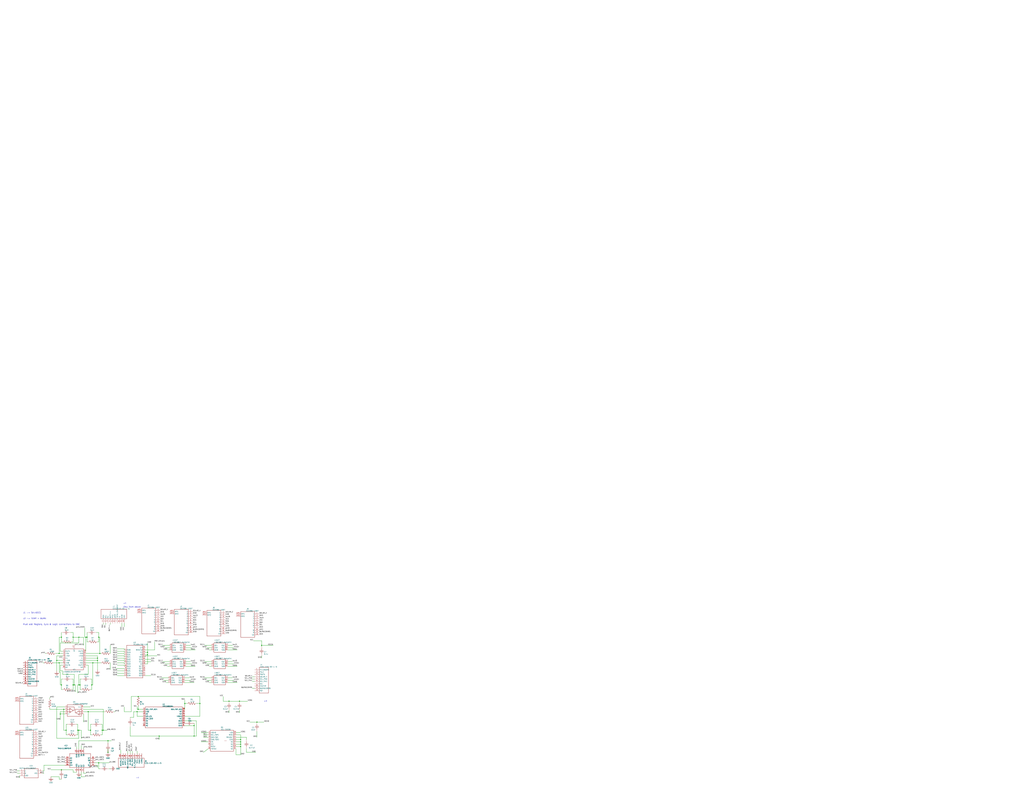
<source format=kicad_sch>
(kicad_sch (version 20211123) (generator eeschema)
  (paper "E")
  (junction (at 64.523 713.6765))
  (junction (at 93.733 695.8965))
  (junction (at 64.523 723.8365))
  (junction (at 173.743 803.8465))
  (junction (at 84.843 797.4965))
  (junction (at 112.783 797.4965))
  (junction (at 262.643 807.6565))
  (junction (at 101.353 723.8365))
  (junction (at 150.883 760.6665))
  (junction (at 106.433 718.7565))
  (junction (at 285.503 704.7865))
  (junction (at 86.113 747.9665))
  (junction (at 262.643 812.7365))
  (junction (at 67.063 840.6765))
  (junction (at 95.003 695.8965))
  (junction (at 161.043 714.9465))
  (junction (at 150.883 774.6365))
  (junction (at 117.863 808.9265))
  (junction (at 86.113 797.4965))
  (junction (at 86.113 695.8965))
  (junction (at 67.063 695.8965))
  (junction (at 81.033 747.9665))
  (junction (at 98.813 797.4965))
  (junction (at 111.513 797.4965))
  (junction (at 211.843 792.4165))
  (junction (at 79.763 747.9665))
  (junction (at 72.143 797.4965))
  (junction (at 211.843 803.8465))
  (junction (at 161.043 712.4065))
  (junction (at 261.373 765.7465))
  (junction (at 107.703 695.8965))
  (junction (at 100.083 747.9665))
  (junction (at 69.603 774.6365))
  (junction (at 96.273 777.1765))
  (junction (at 106.433 721.2965))
  (junction (at 218.193 768.2865))
  (junction (at 108.973 713.6765))
  (junction (at 280.423 788.6065))
  (junction (at 149.613 777.1765))
  (junction (at 65.793 779.7165))
  (junction (at 67.063 747.9665))
  (junction (at 107.703 833.0565))
  (junction (at 262.643 810.1965))
  (junction (at 201.683 768.2865))
  (junction (at 249.943 765.7465))
  (junction (at 117.863 821.6265))
  (junction (at 61.983 721.2965))
  (junction (at 87.383 747.9665))
  (junction (at 79.763 695.8965))
  (junction (at 262.643 815.2765))
  (wire (pts (xy 84.843 802.5765) (xy 83.573 802.5765)) (stroke (width 0.254)))
  (wire (pts (xy 214.383 768.2865) (xy 218.193 768.2865)) (stroke (width 0.254)))
  (wire (pts (xy 86.113 817.8165) (xy 86.113 808.9265)) (stroke (width 0.254)))
  (wire (pts (xy 128.023 716.2165) (xy 135.643 716.2165)) (stroke (width 0.254)))
  (wire (pts (xy 201.683 740.3465) (xy 206.763 740.3465)) (stroke (width 0.254)))
  (wire (pts (xy 105.163 690.8165) (xy 107.703 690.8165)) (stroke (width 0.254)))
  (wire (pts (xy 219.463 800.0365) (xy 227.083 800.0365)) (stroke (width 0.254)))
  (wire (pts (xy 67.063 741.6165) (xy 67.063 747.9665)) (stroke (width 0.254)))
  (wire (pts (xy 61.983 716.2165) (xy 61.983 721.2965)) (stroke (width 0.254)))
  (wire (pts (xy 67.063 690.8165) (xy 67.063 695.8965)) (stroke (width 0.254)))
  (wire (pts (xy 161.043 702.2465) (xy 161.043 712.4065)) (stroke (width 0.254)))
  (wire (pts (xy 128.023 718.7565) (xy 135.643 718.7565)) (stroke (width 0.254)))
  (wire (pts (xy 214.383 803.8465) (xy 211.843 803.8465)) (stroke (width 0.254)))
  (wire (pts (xy 257.563 802.5765) (xy 262.643 802.5765)) (stroke (width 0.254)))
  (wire (pts (xy 208.033 742.8865) (xy 201.683 742.8865)) (stroke (width 0.254)))
  (wire (pts (xy 176.283 740.3465) (xy 183.903 740.3465)) (stroke (width 0.254)))
  (wire (pts (xy 261.373 778.4465) (xy 261.373 775.9065)) (stroke (width 0.254)))
  (wire (pts (xy 277.883 741.6165) (xy 275.343 741.6165)) (stroke (width 0.254)))
  (wire (pts (xy 277.883 744.1565) (xy 275.343 744.1565)) (stroke (width 0.254)))
  (wire (pts (xy 65.793 702.2465) (xy 86.113 702.2465)) (stroke (width 0.254)))
  (wire (pts (xy 79.763 840.6765) (xy 67.063 840.6765)) (stroke (width 0.254)))
  (wire (pts (xy 88.653 797.4965) (xy 86.113 797.4965)) (stroke (width 0.254)))
  (wire (pts (xy 243.593 760.6665) (xy 243.593 765.7465)) (stroke (width 0.254)))
  (wire (pts (xy 91.193 816.5465) (xy 91.193 817.8165)) (stroke (width 0.254)))
  (wire (pts (xy 262.643 810.1965) (xy 262.643 812.7365)) (stroke (width 0.254)))
  (wire (pts (xy 107.703 833.0565) (xy 119.133 833.0565)) (stroke (width 0.254)))
  (wire (pts (xy 149.613 782.2565) (xy 149.613 777.1765)) (stroke (width 0.254)))
  (wire (pts (xy 61.983 772.0965) (xy 61.983 806.3865)) (stroke (width 0.254)))
  (wire (pts (xy 227.083 802.5765) (xy 222.003 802.5765)) (stroke (width 0.254)))
  (wire (pts (xy 149.613 772.0965) (xy 149.613 774.6365)) (stroke (width 0.254)))
  (wire (pts (xy 164.853 737.8065) (xy 158.503 737.8065)) (stroke (width 0.254)))
  (wire (pts (xy 225.813 725.1065) (xy 230.893 725.1065)) (stroke (width 0.254)))
  (wire (pts (xy 79.763 753.0465) (xy 78.493 753.0465)) (stroke (width 0.254)))
  (wire (pts (xy 106.433 838.1365) (xy 106.433 835.5965)) (stroke (width 0.254)))
  (wire (pts (xy 46.743 723.8365) (xy 48.013 723.8365)) (stroke (width 0.254)))
  (wire (pts (xy 64.523 848.2965) (xy 55.633 848.2965)) (stroke (width 0.254)))
  (wire (pts (xy 128.023 711.1365) (xy 135.643 711.1365)) (stroke (width 0.254)))
  (wire (pts (xy 201.683 792.4165) (xy 211.843 792.4165)) (stroke (width 0.254)))
  (wire (pts (xy 91.193 774.6365) (xy 112.783 774.6365)) (stroke (width 0.254)))
  (wire (pts (xy 72.143 802.5765) (xy 73.413 802.5765)) (stroke (width 0.254)))
  (wire (pts (xy 171.203 716.2165) (xy 158.503 716.2165)) (stroke (width 0.254)))
  (wire (pts (xy 280.423 805.1165) (xy 280.423 798.7665)) (stroke (width 0.254)))
  (wire (pts (xy 279.153 821.6265) (xy 268.993 821.6265)) (stroke (width 0.254)))
  (wire (pts (xy 100.083 747.9665) (xy 100.083 753.0465)) (stroke (width 0.254)))
  (wire (pts (xy 111.513 802.5765) (xy 110.243 802.5765)) (stroke (width 0.254)))
  (wire (pts (xy 177.553 704.7865) (xy 185.173 704.7865)) (stroke (width 0.254)))
  (wire (pts (xy 168.663 709.8665) (xy 168.663 700.9765)) (stroke (width 0.254)))
  (wire (pts (xy 65.793 726.3765) (xy 65.793 732.7265)) (stroke (width 0.254)))
  (wire (pts (xy 100.083 753.0465) (xy 98.813 753.0465)) (stroke (width 0.254)))
  (wire (pts (xy 79.763 695.8965) (xy 79.763 700.9765)) (stroke (width 0.254)))
  (wire (pts (xy 114.053 777.1765) (xy 96.273 777.1765)) (stroke (width 0.254)))
  (wire (pts (xy 141.993 803.8465) (xy 173.743 803.8465)) (stroke (width 0.254)))
  (wire (pts (xy 227.083 805.1165) (xy 222.003 805.1165)) (stroke (width 0.254)))
  (wire (pts (xy 285.503 716.2165) (xy 285.503 718.7565)) (stroke (width 0.254)))
  (wire (pts (xy 145.803 777.1765) (xy 149.613 777.1765)) (stroke (width 0.254)))
  (wire (pts (xy 228.353 709.8665) (xy 230.893 709.8665)) (stroke (width 0.254)))
  (wire (pts (xy 48.013 844.4865) (xy 46.743 844.4865)) (stroke (width 0.254)))
  (wire (pts (xy 128.023 737.8065) (xy 135.643 737.8065)) (stroke (width 0.254)))
  (wire (pts (xy 93.733 726.3765) (xy 96.273 726.3765)) (stroke (width 0.254)))
  (wire (pts (xy 285.503 706.0565) (xy 285.503 704.7865)) (stroke (width 0.254)))
  (wire (pts (xy 262.643 812.7365) (xy 262.643 815.2765)) (stroke (width 0.254)))
  (wire (pts (xy 258.833 709.8665) (xy 248.673 709.8665)) (stroke (width 0.254)))
  (wire (pts (xy 96.273 777.1765) (xy 96.273 797.4965)) (stroke (width 0.254)))
  (wire (pts (xy 93.733 716.2165) (xy 106.433 716.2165)) (stroke (width 0.254)))
  (wire (pts (xy 178.823 742.8865) (xy 183.903 742.8865)) (stroke (width 0.254)))
  (wire (pts (xy 249.943 765.7465) (xy 261.373 765.7465)) (stroke (width 0.254)))
  (wire (pts (xy 70.873 774.6365) (xy 69.603 774.6365)) (stroke (width 0.254)))
  (wire (pts (xy 135.643 726.3765) (xy 135.643 727.6465)) (stroke (width 0.254)))
  (wire (pts (xy 61.983 806.3865) (xy 86.113 806.3865)) (stroke (width 0.254)))
  (wire (pts (xy 228.353 727.6465) (xy 230.893 727.6465)) (stroke (width 0.254)))
  (wire (pts (xy 107.703 690.8165) (xy 107.703 695.8965)) (stroke (width 0.254)))
  (wire (pts (xy 120.403 731.4565) (xy 120.403 723.8365)) (stroke (width 0.254)))
  (wire (pts (xy 106.433 721.2965) (xy 106.433 731.4565)) (stroke (width 0.254)))
  (wire (pts (xy 149.613 777.1765) (xy 155.963 777.1765)) (stroke (width 0.254)))
  (wire (pts (xy 86.113 695.8965) (xy 79.763 695.8965)) (stroke (width 0.254)))
  (wire (pts (xy 79.763 747.9665) (xy 79.763 753.0465)) (stroke (width 0.254)))
  (wire (pts (xy 285.503 704.7865) (xy 285.503 699.7065)) (stroke (width 0.254)))
  (wire (pts (xy 201.683 764.4765) (xy 201.683 768.2865)) (stroke (width 0.254)))
  (wire (pts (xy 150.883 770.8265) (xy 150.883 774.6365)) (stroke (width 0.254)))
  (wire (pts (xy 78.493 741.6165) (xy 79.763 741.6165)) (stroke (width 0.254)))
  (wire (pts (xy 86.113 747.9665) (xy 87.383 747.9665)) (stroke (width 0.254)))
  (wire (pts (xy 84.843 797.4965) (xy 84.843 802.5765)) (stroke (width 0.254)))
  (wire (pts (xy 143.263 760.6665) (xy 143.263 777.1765)) (stroke (width 0.254)))
  (wire (pts (xy 68.333 741.6165) (xy 67.063 741.6165)) (stroke (width 0.254)))
  (wire (pts (xy 128.023 713.6765) (xy 135.643 713.6765)) (stroke (width 0.254)))
  (wire (pts (xy 111.513 797.4965) (xy 111.513 802.5765)) (stroke (width 0.254)))
  (wire (pts (xy 257.563 815.2765) (xy 262.643 815.2765)) (stroke (width 0.254)))
  (wire (pts (xy 54.363 774.6365) (xy 69.603 774.6365)) (stroke (width 0.254)))
  (wire (pts (xy 209.303 707.3265) (xy 202.953 707.3265)) (stroke (width 0.254)))
  (wire (pts (xy 95.003 690.8165) (xy 95.003 695.8965)) (stroke (width 0.254)))
  (wire (pts (xy 268.993 821.6265) (xy 268.993 817.8165)) (stroke (width 0.254)))
  (wire (pts (xy 82.303 747.9665) (xy 81.033 747.9665)) (stroke (width 0.254)))
  (wire (pts (xy 98.813 791.1465) (xy 98.813 797.4965)) (stroke (width 0.254)))
  (wire (pts (xy 72.143 797.4965) (xy 72.143 802.5765)) (stroke (width 0.254)))
  (wire (pts (xy 96.273 700.9765) (xy 95.003 700.9765)) (stroke (width 0.254)))
  (wire (pts (xy 181.363 745.4265) (xy 183.903 745.4265)) (stroke (width 0.254)))
  (wire (pts (xy 180.093 707.3265) (xy 185.173 707.3265)) (stroke (width 0.254)))
  (wire (pts (xy 91.193 704.7865) (xy 91.193 695.8965)) (stroke (width 0.254)))
  (wire (pts (xy 158.503 709.8665) (xy 168.663 709.8665)) (stroke (width 0.254)))
  (wire (pts (xy 277.883 751.7765) (xy 275.343 751.7765)) (stroke (width 0.254)))
  (wire (pts (xy 112.783 774.6365) (xy 112.783 797.4965)) (stroke (width 0.254)))
  (wire (pts (xy 135.643 716.2165) (xy 135.643 717.4865)) (stroke (width 0.254)))
  (wire (pts (xy 150.883 774.6365) (xy 155.963 774.6365)) (stroke (width 0.254)))
  (wire (pts (xy 262.643 815.2765) (xy 262.643 824.1665)) (stroke (width 0.254)))
  (wire (pts (xy 204.223 768.2865) (xy 201.683 768.2865)) (stroke (width 0.254)))
  (wire (pts (xy 158.503 714.9465) (xy 161.043 714.9465)) (stroke (width 0.254)))
  (wire (pts (xy 98.813 741.6165) (xy 100.083 741.6165)) (stroke (width 0.254)))
  (wire (pts (xy 107.703 695.8965) (xy 107.703 700.9765)) (stroke (width 0.254)))
  (wire (pts (xy 87.383 753.0465) (xy 87.383 747.9665)) (stroke (width 0.254)))
  (wire (pts (xy 92.463 685.7365) (xy 92.463 695.8965)) (stroke (width 0.254)))
  (wire (pts (xy 261.373 765.7465) (xy 270.263 765.7465)) (stroke (width 0.254)))
  (wire (pts (xy 164.853 722.5665) (xy 158.503 722.5665)) (stroke (width 0.254)))
  (wire (pts (xy 117.863 817.8165) (xy 117.863 821.6265)) (stroke (width 0.254)))
  (wire (pts (xy 117.863 811.4665) (xy 117.863 808.9265)) (stroke (width 0.254)))
  (wire (pts (xy 116.593 797.4965) (xy 112.783 797.4965)) (stroke (width 0.254)))
  (wire (pts (xy 84.843 791.1465) (xy 84.843 797.4965)) (stroke (width 0.254)))
  (wire (pts (xy 93.733 723.8365) (xy 101.353 723.8365)) (stroke (width 0.254)))
  (wire (pts (xy 133.103 684.4665) (xy 133.103 680.6565)) (stroke (width 0.254)))
  (wire (pts (xy 145.803 783.5265) (xy 145.803 777.1765)) (stroke (width 0.254)))
  (wire (pts (xy 135.643 713.6765) (xy 135.643 714.9465)) (stroke (width 0.254)))
  (wire (pts (xy 139.453 820.3565) (xy 139.453 822.8965)) (stroke (width 0.254)))
  (wire (pts (xy 209.303 725.1065) (xy 202.953 725.1065)) (stroke (width 0.254)))
  (wire (pts (xy 135.643 684.4665) (xy 135.643 680.6565)) (stroke (width 0.254)))
  (wire (pts (xy 81.033 747.9665) (xy 79.763 747.9665)) (stroke (width 0.254)))
  (wire (pts (xy 93.733 844.4865) (xy 91.193 844.4865)) (stroke (width 0.254)))
  (wire (pts (xy 67.063 747.9665) (xy 65.793 747.9665)) (stroke (width 0.254)))
  (wire (pts (xy 98.813 797.4965) (xy 98.813 802.5765)) (stroke (width 0.254)))
  (wire (pts (xy 95.003 695.8965) (xy 93.733 695.8965)) (stroke (width 0.254)))
  (wire (pts (xy 202.953 704.7865) (xy 208.033 704.7865)) (stroke (width 0.254)))
  (wire (pts (xy 83.573 815.2765) (xy 83.573 817.8165)) (stroke (width 0.254)))
  (wire (pts (xy 128.023 735.2665) (xy 135.643 735.2665)) (stroke (width 0.254)))
  (wire (pts (xy 223.273 722.5665) (xy 230.893 722.5665)) (stroke (width 0.254)))
  (wire (pts (xy 68.333 753.0465) (xy 67.063 753.0465)) (stroke (width 0.254)))
  (wire (pts (xy 79.763 741.6165) (xy 79.763 747.9665)) (stroke (width 0.254)))
  (wire (pts (xy 67.063 850.8365) (xy 64.523 850.8365)) (stroke (width 0.254)))
  (wire (pts (xy 64.523 733.9965) (xy 64.523 723.8365)) (stroke (width 0.254)))
  (wire (pts (xy 87.383 747.9665) (xy 87.383 741.6165)) (stroke (width 0.254)))
  (wire (pts (xy 77.223 690.8165) (xy 79.763 690.8165)) (stroke (width 0.254)))
  (wire (pts (xy 164.853 720.0265) (xy 158.503 720.0265)) (stroke (width 0.254)))
  (wire (pts (xy 158.503 716.2165) (xy 158.503 717.4865)) (stroke (width 0.254)))
  (wire (pts (xy 106.433 835.5965) (xy 103.893 835.5965)) (stroke (width 0.254)))
  (wire (pts (xy 248.673 722.5665) (xy 253.753 722.5665)) (stroke (width 0.254)))
  (wire (pts (xy 88.653 806.3865) (xy 88.653 797.4965)) (stroke (width 0.254)))
  (wire (pts (xy 219.463 810.1965) (xy 227.083 810.1965)) (stroke (width 0.254)))
  (wire (pts (xy 218.193 768.2865) (xy 218.193 760.6665)) (stroke (width 0.254)))
  (wire (pts (xy 68.333 716.2165) (xy 61.983 716.2165)) (stroke (width 0.254)))
  (wire (pts (xy 83.573 791.1465) (xy 84.843 791.1465)) (stroke (width 0.254)))
  (wire (pts (xy 201.683 787.3365) (xy 214.383 787.3365)) (stroke (width 0.254)))
  (wire (pts (xy 69.603 774.6365) (xy 69.603 797.4965)) (stroke (width 0.254)))
  (wire (pts (xy 262.643 824.1665) (xy 257.563 824.1665)) (stroke (width 0.254)))
  (wire (pts (xy 218.193 760.6665) (xy 150.883 760.6665)) (stroke (width 0.254)))
  (wire (pts (xy 111.513 791.1465) (xy 111.513 797.4965)) (stroke (width 0.254)))
  (wire (pts (xy 93.733 713.6765) (xy 108.973 713.6765)) (stroke (width 0.254)))
  (wire (pts (xy 201.683 768.2865) (xy 201.683 774.6365)) (stroke (width 0.254)))
  (wire (pts (xy 182.633 727.6465) (xy 185.173 727.6465)) (stroke (width 0.254)))
  (wire (pts (xy 144.533 822.8965) (xy 144.533 820.3565)) (stroke (width 0.254)))
  (wire (pts (xy 79.763 690.8165) (xy 79.763 695.8965)) (stroke (width 0.254)))
  (wire (pts (xy 54.363 763.2065) (xy 54.363 761.9365)) (stroke (width 0.254)))
  (wire (pts (xy 117.863 808.9265) (xy 121.673 808.9265)) (stroke (width 0.254)))
  (wire (pts (xy 68.333 721.2965) (xy 61.983 721.2965)) (stroke (width 0.254)))
  (wire (pts (xy 70.873 772.0965) (xy 61.983 772.0965)) (stroke (width 0.254)))
  (wire (pts (xy 60.713 713.6765) (xy 64.523 713.6765)) (stroke (width 0.254)))
  (wire (pts (xy 86.113 736.5365) (xy 86.113 747.9665)) (stroke (width 0.254)))
  (wire (pts (xy 248.673 704.7865) (xy 253.753 704.7865)) (stroke (width 0.254)))
  (wire (pts (xy 257.563 805.1165) (xy 268.993 805.1165)) (stroke (width 0.254)))
  (wire (pts (xy 214.383 787.3365) (xy 214.383 803.8465)) (stroke (width 0.254)))
  (wire (pts (xy 107.703 695.8965) (xy 108.973 695.8965)) (stroke (width 0.254)))
  (wire (pts (xy 141.993 793.6865) (xy 141.993 803.8465)) (stroke (width 0.254)))
  (wire (pts (xy 87.383 741.6165) (xy 88.653 741.6165)) (stroke (width 0.254)))
  (wire (pts (xy 69.603 797.4965) (xy 72.143 797.4965)) (stroke (width 0.254)))
  (wire (pts (xy 225.813 742.8865) (xy 230.893 742.8865)) (stroke (width 0.254)))
  (wire (pts (xy 65.793 747.9665) (xy 65.793 733.9965)) (stroke (width 0.254)))
  (wire (pts (xy 298.203 704.7865) (xy 285.503 704.7865)) (stroke (width 0.254)))
  (wire (pts (xy 288.043 788.6065) (xy 280.423 788.6065)) (stroke (width 0.254)))
  (wire (pts (xy 258.833 745.4265) (xy 248.673 745.4265)) (stroke (width 0.254)))
  (wire (pts (xy 48.013 841.9465) (xy 48.013 835.5965)) (stroke (width 0.254)))
  (wire (pts (xy 79.763 843.2165) (xy 79.763 840.6765)) (stroke (width 0.254)))
  (wire (pts (xy 65.793 732.7265) (xy 68.333 732.7265)) (stroke (width 0.254)))
  (wire (pts (xy 182.633 709.8665) (xy 185.173 709.8665)) (stroke (width 0.254)))
  (wire (pts (xy 201.683 782.2565) (xy 218.193 782.2565)) (stroke (width 0.254)))
  (wire (pts (xy 135.643 723.8365) (xy 135.643 725.1065)) (stroke (width 0.254)))
  (wire (pts (xy 64.523 850.8365) (xy 64.523 848.2965)) (stroke (width 0.254)))
  (wire (pts (xy 112.783 681.9265) (xy 112.783 680.6565)) (stroke (width 0.254)))
  (wire (pts (xy 223.273 740.3465) (xy 230.893 740.3465)) (stroke (width 0.254)))
  (wire (pts (xy 213.113 709.8665) (xy 202.953 709.8665)) (stroke (width 0.254)))
  (wire (pts (xy 91.193 788.6065) (xy 91.193 779.7165)) (stroke (width 0.254)))
  (wire (pts (xy 67.063 700.9765) (xy 67.063 695.8965)) (stroke (width 0.254)))
  (wire (pts (xy 110.243 713.6765) (xy 108.973 713.6765)) (stroke (width 0.254)))
  (wire (pts (xy 21.343 841.9465) (xy 18.803 841.9465)) (stroke (width 0.254)))
  (wire (pts (xy 149.613 820.3565) (xy 149.613 822.8965)) (stroke (width 0.254)))
  (wire (pts (xy 115.323 681.9265) (xy 115.323 680.6565)) (stroke (width 0.254)))
  (wire (pts (xy 65.793 711.1365) (xy 65.793 702.2465)) (stroke (width 0.254)))
  (wire (pts (xy 83.573 843.2165) (xy 79.763 843.2165)) (stroke (width 0.254)))
  (wire (pts (xy 268.993 805.1165) (xy 268.993 807.6565)) (stroke (width 0.254)))
  (wire (pts (xy 100.083 741.6165) (xy 100.083 747.9665)) (stroke (width 0.254)))
  (wire (pts (xy 61.983 721.2965) (xy 61.983 732.7265)) (stroke (width 0.254)))
  (wire (pts (xy 243.593 765.7465) (xy 249.943 765.7465)) (stroke (width 0.254)))
  (wire (pts (xy 88.653 848.2965) (xy 88.653 843.2165)) (stroke (width 0.254)))
  (wire (pts (xy 211.843 792.4165) (xy 211.843 789.8765)) (stroke (width 0.254)))
  (wire (pts (xy 128.023 723.8365) (xy 135.643 723.8365)) (stroke (width 0.254)))
  (wire (pts (xy 68.333 700.9765) (xy 67.063 700.9765)) (stroke (width 0.254)))
  (wire (pts (xy 98.813 772.0965) (xy 91.193 772.0965)) (stroke (width 0.254)))
  (wire (pts (xy 135.643 721.2965) (xy 135.643 722.5665)) (stroke (width 0.254)))
  (wire (pts (xy 88.653 753.0465) (xy 87.383 753.0465)) (stroke (width 0.254)))
  (wire (pts (xy 49.283 713.6765) (xy 50.553 713.6765)) (stroke (width 0.254)))
  (wire (pts (xy 86.113 797.4965) (xy 84.843 797.4965)) (stroke (width 0.254)))
  (wire (pts (xy 211.843 745.4265) (xy 201.683 745.4265)) (stroke (width 0.254)))
  (wire (pts (xy 257.563 824.1665) (xy 257.563 817.8165)) (stroke (width 0.254)))
  (wire (pts (xy 258.833 727.6465) (xy 248.673 727.6465)) (stroke (width 0.254)))
  (wire (pts (xy 128.023 708.5965) (xy 135.643 708.5965)) (stroke (width 0.254)))
  (wire (pts (xy 95.003 700.9765) (xy 95.003 695.8965)) (stroke (width 0.254)))
  (wire (pts (xy 58.173 723.8365) (xy 64.523 723.8365)) (stroke (width 0.254)))
  (wire (pts (xy 257.563 807.6565) (xy 262.643 807.6565)) (stroke (width 0.254)))
  (wire (pts (xy 67.063 695.8965) (xy 64.523 695.8965)) (stroke (width 0.254)))
  (wire (pts (xy 135.643 711.1365) (xy 135.643 712.4065)) (stroke (width 0.254)))
  (wire (pts (xy 101.353 723.8365) (xy 101.353 747.9665)) (stroke (width 0.254)))
  (wire (pts (xy 107.703 700.9765) (xy 106.433 700.9765)) (stroke (width 0.254)))
  (wire (pts (xy 92.463 695.8965) (xy 93.733 695.8965)) (stroke (width 0.254)))
  (wire (pts (xy 110.243 791.1465) (xy 111.513 791.1465)) (stroke (width 0.254)))
  (wire (pts (xy 103.893 833.0565) (xy 107.703 833.0565)) (stroke (width 0.254)))
  (wire (pts (xy 124.213 777.1765) (xy 125.483 777.1765)) (stroke (width 0.254)))
  (wire (pts (xy 88.653 814.0065) (xy 88.653 817.8165)) (stroke (width 0.254)))
  (wire (pts (xy 54.363 773.3665) (xy 54.363 774.6365)) (stroke (width 0.254)))
  (wire (pts (xy 21.343 847.0265) (xy 21.343 849.5665)) (stroke (width 0.254)))
  (wire (pts (xy 262.643 802.5765) (xy 262.643 807.6565)) (stroke (width 0.254)))
  (wire (pts (xy 141.993 783.5265) (xy 145.803 783.5265)) (stroke (width 0.254)))
  (wire (pts (xy 48.013 835.5965) (xy 70.873 835.5965)) (stroke (width 0.254)))
  (wire (pts (xy 131.833 819.0865) (xy 131.833 822.8965)) (stroke (width 0.254)))
  (wire (pts (xy 262.643 800.0365) (xy 257.563 800.0365)) (stroke (width 0.254)))
  (wire (pts (xy 119.133 839.4065) (xy 120.403 839.4065)) (stroke (width 0.254)))
  (wire (pts (xy 202.953 722.5665) (xy 208.033 722.5665)) (stroke (width 0.254)))
  (wire (pts (xy 285.503 699.7065) (xy 276.613 699.7065)) (stroke (width 0.254)))
  (wire (pts (xy 84.843 747.9665) (xy 86.113 747.9665)) (stroke (width 0.254)))
  (wire (pts (xy 213.113 727.6465) (xy 202.953 727.6465)) (stroke (width 0.254)))
  (wire (pts (xy 86.113 808.9265) (xy 117.863 808.9265)) (stroke (width 0.254)))
  (wire (pts (xy 173.743 807.6565) (xy 173.743 803.8465)) (stroke (width 0.254)))
  (wire (pts (xy 67.063 753.0465) (xy 67.063 747.9665)) (stroke (width 0.254)))
  (wire (pts (xy 86.113 806.3865) (xy 86.113 797.4965)) (stroke (width 0.254)))
  (wire (pts (xy 223.273 704.7865) (xy 230.893 704.7865)) (stroke (width 0.254)))
  (wire (pts (xy 110.243 723.8365) (xy 101.353 723.8365)) (stroke (width 0.254)))
  (wire (pts (xy 149.613 774.6365) (xy 150.883 774.6365)) (stroke (width 0.254)))
  (wire (pts (xy 68.333 726.3765) (xy 65.793 726.3765)) (stroke (width 0.254)))
  (wire (pts (xy 135.643 718.7565) (xy 135.643 720.0265)) (stroke (width 0.254)))
  (wire (pts (xy 128.023 726.3765) (xy 135.643 726.3765)) (stroke (width 0.254)))
  (wire (pts (xy 93.733 721.2965) (xy 106.433 721.2965)) (stroke (width 0.254)))
  (wire (pts (xy 65.793 733.9965) (xy 64.523 733.9965)) (stroke (width 0.254)))
  (wire (pts (xy 82.303 755.5865) (xy 82.303 747.9665)) (stroke (width 0.254)))
  (wire (pts (xy 280.423 788.6065) (xy 272.803 788.6065)) (stroke (width 0.254)))
  (wire (pts (xy 68.333 711.1365) (xy 65.793 711.1365)) (stroke (width 0.254)))
  (wire (pts (xy 106.433 718.7565) (xy 106.433 721.2965)) (stroke (width 0.254)))
  (wire (pts (xy 150.883 760.6665) (xy 143.263 760.6665)) (stroke (width 0.254)))
  (wire (pts (xy 91.193 777.1765) (xy 96.273 777.1765)) (stroke (width 0.254)))
  (wire (pts (xy 158.503 725.1065) (xy 161.043 725.1065)) (stroke (width 0.254)))
  (wire (pts (xy 228.353 745.4265) (xy 230.893 745.4265)) (stroke (width 0.254)))
  (wire (pts (xy 93.733 695.8965) (xy 93.733 711.1365)) (stroke (width 0.254)))
  (wire (pts (xy 257.563 812.7365) (xy 262.643 812.7365)) (stroke (width 0.254)))
  (wire (pts (xy 161.043 714.9465) (xy 161.043 712.4065)) (stroke (width 0.254)))
  (wire (pts (xy 107.703 839.4065) (xy 107.703 833.0565)) (stroke (width 0.254)))
  (wire (pts (xy 227.083 817.8165) (xy 222.003 821.6265)) (stroke (width 0.254)))
  (wire (pts (xy 73.413 791.1465) (xy 72.143 791.1465)) (stroke (width 0.254)))
  (wire (pts (xy 72.143 791.1465) (xy 72.143 797.4965)) (stroke (width 0.254)))
  (wire (pts (xy 65.793 779.7165) (xy 70.873 779.7165)) (stroke (width 0.254)))
  (wire (pts (xy 101.353 747.9665) (xy 100.083 747.9665)) (stroke (width 0.254)))
  (wire (pts (xy 84.843 756.8565) (xy 84.843 747.9665)) (stroke (width 0.254)))
  (wire (pts (xy 106.433 718.7565) (xy 93.733 718.7565)) (stroke (width 0.254)))
  (wire (pts (xy 277.883 739.0765) (xy 275.343 739.0765)) (stroke (width 0.254)))
  (wire (pts (xy 225.813 707.3265) (xy 230.893 707.3265)) (stroke (width 0.254)))
  (wire (pts (xy 135.643 777.1765) (xy 135.643 772.0965)) (stroke (width 0.254)))
  (wire (pts (xy 128.023 721.2965) (xy 135.643 721.2965)) (stroke (width 0.254)))
  (wire (pts (xy 112.783 797.4965) (xy 111.513 797.4965)) (stroke (width 0.254)))
  (wire (pts (xy 120.403 713.6765) (xy 120.403 704.7865)) (stroke (width 0.254)))
  (wire (pts (xy 143.263 777.1765) (xy 135.643 777.1765)) (stroke (width 0.254)))
  (wire (pts (xy 64.523 713.6765) (xy 68.333 713.6765)) (stroke (width 0.254)))
  (wire (pts (xy 100.083 791.1465) (xy 98.813 791.1465)) (stroke (width 0.254)))
  (wire (pts (xy 161.043 725.1065) (xy 161.043 714.9465)) (stroke (width 0.254)))
  (wire (pts (xy 68.333 736.5365) (xy 81.033 736.5365)) (stroke (width 0.254)))
  (wire (pts (xy 64.523 695.8965) (xy 64.523 713.6765)) (stroke (width 0.254)))
  (wire (pts (xy 98.813 802.5765) (xy 100.083 802.5765)) (stroke (width 0.254)))
  (wire (pts (xy 255.023 725.1065) (xy 248.673 725.1065)) (stroke (width 0.254)))
  (wire (pts (xy 155.963 782.2565) (xy 149.613 782.2565)) (stroke (width 0.254)))
  (wire (pts (xy 46.743 841.9465) (xy 48.013 841.9465)) (stroke (width 0.254)))
  (wire (pts (xy 68.333 732.7265) (xy 68.333 736.5365)) (stroke (width 0.254)))
  (wire (pts (xy 70.873 777.1765) (xy 65.793 777.1765)) (stroke (width 0.254)))
  (wire (pts (xy 135.643 708.5965) (xy 135.643 709.8665)) (stroke (width 0.254)))
  (wire (pts (xy 65.793 777.1765) (xy 65.793 779.7165)) (stroke (width 0.254)))
  (wire (pts (xy 128.023 732.7265) (xy 135.643 732.7265)) (stroke (width 0.254)))
  (wire (pts (xy 262.643 807.6565) (xy 262.643 810.1965)) (stroke (width 0.254)))
  (wire (pts (xy 79.763 700.9765) (xy 78.493 700.9765)) (stroke (width 0.254)))
  (wire (pts (xy 249.943 778.4465) (xy 249.943 775.9065)) (stroke (width 0.254)))
  (wire (pts (xy 96.273 736.5365) (xy 86.113 736.5365)) (stroke (width 0.254)))
  (wire (pts (xy 218.193 782.2565) (xy 218.193 768.2865)) (stroke (width 0.254)))
  (wire (pts (xy 177.553 722.5665) (xy 185.173 722.5665)) (stroke (width 0.254)))
  (wire (pts (xy 257.563 810.1965) (xy 262.643 810.1965)) (stroke (width 0.254)))
  (wire (pts (xy 126.753 730.1865) (xy 135.643 730.1865)) (stroke (width 0.254)))
  (wire (pts (xy 255.023 742.8865) (xy 248.673 742.8865)) (stroke (width 0.254)))
  (wire (pts (xy 65.793 779.7165) (xy 65.793 786.0665)) (stroke (width 0.254)))
  (wire (pts (xy 91.193 695.8965) (xy 86.113 695.8965)) (stroke (width 0.254)))
  (wire (pts (xy 92.463 848.2965) (xy 88.653 848.2965)) (stroke (width 0.254)))
  (wire (pts (xy 141.993 820.3565) (xy 141.993 822.8965)) (stroke (width 0.254)))
  (wire (pts (xy 211.843 803.8465) (xy 211.843 792.4165)) (stroke (width 0.254)))
  (wire (pts (xy 96.273 797.4965) (xy 98.813 797.4965)) (stroke (width 0.254)))
  (wire (pts (xy 248.673 740.3465) (xy 253.753 740.3465)) (stroke (width 0.254)))
  (wire (pts (xy 64.523 723.8365) (xy 68.333 723.8365)) (stroke (width 0.254)))
  (wire (pts (xy 120.403 681.9265) (xy 120.403 680.6565)) (stroke (width 0.254)))
  (wire (pts (xy 180.093 725.1065) (xy 185.173 725.1065)) (stroke (width 0.254)))
  (wire (pts (xy 106.433 716.2165) (xy 106.433 718.7565)) (stroke (width 0.254)))
  (wire (pts (xy 173.743 803.8465) (xy 211.843 803.8465)) (stroke (width 0.254)))
  (wire (pts (xy 91.193 844.4865) (xy 91.193 843.2165)) (stroke (width 0.254)))
  (wire (pts (xy 96.273 726.3765) (xy 96.273 736.5365)) (stroke (width 0.254)))
  (wire (pts (xy 81.033 736.5365) (xy 81.033 747.9665)) (stroke (width 0.254)))
  (wire (pts (xy 161.043 712.4065) (xy 158.503 712.4065)) (stroke (width 0.254)))
  (wire (pts (xy 108.973 695.8965) (xy 108.973 713.6765)) (stroke (width 0.254)))
  (wire (pts (xy 108.973 839.4065) (xy 107.703 839.4065)) (stroke (width 0.254)))
  (wire (pts (xy 21.343 844.4865) (xy 18.803 844.4865)) (stroke (width 0.254)))
  (wire (pts (xy 255.023 707.3265) (xy 248.673 707.3265)) (stroke (width 0.254)))
  (wire (pts (xy 86.113 702.2465) (xy 86.113 695.8965)) (stroke (width 0.254)))
  (wire (pts (xy 67.063 840.6765) (xy 55.633 840.6765)) (stroke (width 0.254)))
  (text "+X" (at 288.043 766.699 180) (effects (font (size 1.524 1.524)) (justify left bottom)))
  (text "-Y" (at 148.343 850.519 180) (effects (font (size 1.524 1.524)) (justify left bottom)))
  (text "J1 -> SA+ADCS" (at 25.153 670.179 180) (effects (font (size 1.524 1.524)) (justify left bottom)))
  (text "J2 -> TEMP + BURN" (at 25.153 676.529 180) (effects (font (size 1.524 1.524)) (justify left bottom)))
  (text "+Y" (at 134.373 660.019 180) (effects (font (size 1.524 1.524)) (justify left bottom)))
  (text "Must add Magtorq, Gyro & Logic connections to OBC" (at 25.153 682.879 180) (effects (font (size 1.524 1.524)) (justify left bottom)))
  (text "View from above" (at 134.373 663.829 180) (effects (font (size 1.524 1.524)) (justify left bottom)))
  (label "SDA4" (at 258.833 709.8665 180))
  (label "pht4" (at 120.403 731.4565 180))
  (label "SCL6" (at 164.853 737.8065 0))
  (label "SDA6" (at 128.023 737.8065 180))
  (label "NRST" (at 225.813 707.3265 180))
  (label "VStef" (at 149.613 820.3565 90))
  (label "ph5_ADCS" (at 106.433 838.1365 180))
  (label "GND" (at 282.963 693.3565 0))
  (label "GND" (at 285.503 718.7565 180))
  (label "VCC" (at 243.593 760.6665 180))
  (label "GND" (at 175.013 681.9265 0))
  (label "GND" (at 210.573 690.8165 0))
  (label "GND" (at 246.133 684.4665 0))
  (label "GND" (at 249.943 778.4465 180))
  (label "SDA" (at 164.853 720.0265 0))
  (label "SCL3" (at 128.023 721.2965 180))
  (label "SDA5" (at 128.023 732.7265 180))
  (label "GND" (at 41.663 820.3565 0))
  (label "SEL_PH2" (at 144.533 820.3565 90))
  (label "GND" (at 83.573 815.2765 90))
  (label "SCL" (at 222.003 802.5765 0))
  (label "SDA6" (at 258.833 745.4265 180))
  (label "SDA2" (at 213.113 727.6465 180))
  (label "GND" (at 133.103 684.4665 270))
  (label "SCL" (at 175.013 679.3865 0))
  (label "ph4_ADCS" (at 84.843 756.8565 0))
  (label "SCL" (at 246.133 681.9265 0))
  (label "VCC" (at 282.963 678.1165 0))
  (label "pht3" (at 120.403 704.7865 0))
  (label "SCL" (at 149.613 772.0965 180))
  (label "GND" (at 41.663 815.2765 0))
  (label "GND" (at 261.373 778.4465 180))
  (label "SDA" (at 41.663 773.3665 0))
  (label "GND" (at 262.643 824.1665 0))
  (label "Iout6" (at 253.753 740.3465 0))
  (label "SCL" (at 210.573 680.6565 0))
  (label "SEL_PH0" (at 275.343 741.6165 180))
  (label "VDDIO" (at 219.463 800.0365 0))
  (label "SEL_PH2" (at 70.873 827.9765 180))
  (label "ph6_ADCS" (at 91.193 816.5465 0))
  (label "VCCDr" (at 209.303 725.1065 0))
  (label "GND" (at 228.353 745.4265 180))
  (label "pht6" (at 175.013 684.4665 0))
  (label "SCL1" (at 128.023 711.1365 180))
  (label "GND" (at 210.573 683.1965 0))
  (label "VCCDr" (at 255.023 725.1065 0))
  (label "GND" (at 41.663 778.4465 0))
  (label "GND" (at 210.573 670.4965 0))
  (label "RST_Drivers" (at 168.663 700.9765 0))
  (label "ph6_ADCS" (at 116.593 797.4965 0))
  (label "VCCDr" (at 255.023 707.3265 0))
  (label "pht1" (at 49.283 713.6765 180))
  (label "ph3_ADCS" (at 92.463 685.7365 180))
  (label "VCC" (at 276.613 699.7065 180))
  (label "ph_OBC" (at 141.993 820.3565 90))
  (label "SOLAR_Y" (at 275.343 739.0765 180))
  (label "GND" (at 222.003 821.6265 180))
  (label "SOLAR_Z" (at 282.963 670.4965 0))
  (label "ph3_ADCS" (at 93.733 844.4865 0))
  (label "SWCLK" (at 41.663 765.7465 0))
  (label "SCL" (at 282.963 683.1965 0))
  (label "VStef" (at 41.663 763.2065 0))
  (label "NRST" (at 178.823 742.8865 180))
  (label "GND" (at 41.663 802.5765 0))
  (label "SDA5" (at 258.833 727.6465 180))
  (label "SEL_PH0" (at 70.873 833.0565 180))
  (label "SOLAR_X" (at 175.013 666.6865 0))
  (label "Iout3" (at 206.763 740.3465 0))
  (label "VCCDr" (at 298.203 704.7865 180))
  (label "VCCDr" (at 208.033 742.8865 0))
  (label "SCL2" (at 177.553 722.5665 180))
  (label "VCC" (at 246.133 676.8465 0))
  (label "SDA" (at 246.133 679.3865 0))
  (label "SDA3" (at 128.023 718.7565 180))
  (label "GND" (at 126.753 730.1865 180))
  (label "pht3" (at 41.663 780.9865 0))
  (label "SCL6" (at 223.273 740.3465 180))
  (label "SEL_PH1" (at 70.873 830.5165 180))
  (label "GND" (at 91.193 788.6065 0))
  (label "BATT++" (at 41.663 825.4365 0))
  (label "VDDG" (at 270.263 765.7465 0))
  (label "SDA" (at 210.573 678.1165 0))
  (label "ph1_ADCS" (at 91.193 704.7865 180))
  (label "Iout1" (at 208.033 704.7865 0))
  (label "SWCLK" (at 25.153 731.4565 180))
  (label "VCC" (at 210.573 675.5765 0))
  (label "pht4" (at 210.573 685.7365 0))
  (label "pht5" (at 246.133 687.0065 0))
  (label "SCL5" (at 128.023 735.2665 180))
  (label "SDA1" (at 213.113 709.8665 180))
  (label "VCC" (at 41.663 807.6565 0))
  (label "SDA1" (at 128.023 708.5965 180))
  (label "ph2_ADCS" (at 82.303 755.5865 180))
  (label "SWDIO" (at 25.153 733.9965 180))
  (label "SOLAR_Y" (at 41.663 800.0365 0))
  (label "GND" (at 161.043 702.2465 0))
  (label "SDA" (at 282.963 680.6565 0))
  (label "VDDG" (at 262.643 800.0365 0))
  (label "SEL_PH0" (at 18.803 841.9465 180))
  (label "BATT++" (at 120.403 681.9265 270))
  (label "SCL1" (at 177.553 704.7865 180))
  (label "GND" (at 280.423 805.1165 180))
  (label "VCC" (at 41.663 770.8265 0))
  (label "SCL5" (at 223.273 722.5665 180))
  (label "SDA3" (at 211.843 745.4265 180))
  (label "pht5" (at 54.363 761.9365 0))
  (label "pht2" (at 41.663 817.8165 0))
  (label "GND" (at 181.363 745.4265 180))
  (label "VDDIO" (at 219.463 810.1965 0))
  (label "SDA" (at 201.683 764.4765 180))
  (label "SWDIO" (at 41.663 768.2865 0))
  (label "ph1_ADCS" (at 103.893 827.9765 0))
  (label "SCL3" (at 176.283 740.3465 180))
  (label "VCC" (at 175.013 674.3065 0))
  (label "SEL_PH1" (at 18.803 844.4865 180))
  (label "VCCDr" (at 209.303 707.3265 0))
  (label "VCC" (at 135.643 684.4665 270))
  (label "Iout3" (at 210.573 673.0365 0))
  (label "NRST" (at 180.093 725.1065 180))
  (label "KILLSWITCH" (at 41.663 822.8965 0))
  (label "BURNCOMMS" (at 210.573 688.2765 0))
  (label "Iout2" (at 208.033 722.5665 0))
  (label "GND" (at 175.013 669.2265 0))
  (label "VCCDr" (at 255.023 742.8865 0))
  (label "NRST" (at 25.153 736.5365 180))
  (label "ph5_ADCS" (at 88.653 806.3865 0))
  (label "Iout2" (at 41.663 805.1165 0))
  (label "VDDIO" (at 288.043 788.6065 0))
  (label "GND" (at 173.743 807.6565 180))
  (label "GND" (at 41.663 788.6065 0))
  (label "pht1" (at 282.963 688.2765 0))
  (label "SOLAR_Z" (at 246.133 669.2265 0))
  (label "VCC" (at 48.013 844.4865 180))
  (label "GND" (at 282.963 673.0365 0))
  (label "pht2" (at 46.743 723.8365 180))
  (label "SCL" (at 164.853 722.5665 0))
  (label "VCC" (at 121.673 808.9265 0))
  (label "SCL" (at 41.663 812.7365 0))
  (label "Iout6" (at 175.013 671.7665 0))
  (label "GND" (at 279.153 821.6265 180))
  (label "GND" (at 228.353 727.6465 180))
  (label "SCL" (at 115.323 681.9265 270))
  (label "BURNCOMMS" (at 246.133 689.5465 0))
  (label "SOLAR_Z" (at 131.833 819.0865 90))
  (label "SOLAR_X" (at 25.153 746.6965 180))
  (label "RST_Drivers" (at 139.453 820.3565 90))
  (label "GND" (at 21.343 849.5665 180))
  (label "VCC" (at 98.813 772.0965 0))
  (label "Iout1" (at 41.663 786.0665 0))
  (label "VCC" (at 272.803 788.6065 180))
  (label "NRST" (at 225.813 742.8865 180))
  (label "Iout5" (at 246.133 674.3065 0))
  (label "Iout5" (at 253.753 722.5665 0))
  (label "GND" (at 228.353 709.8665 180))
  (label "SCL4" (at 223.273 704.7865 180))
  (label "SCL4" (at 128.023 726.3765 180))
  (label "VCC" (at 68.333 718.7565 180))
  (label "VCC" (at 55.633 840.6765 180))
  (label "NRST" (at 180.093 707.3265 180))
  (label "ph_OBC" (at 119.133 833.0565 0))
  (label "GND" (at 182.633 727.6465 180))
  (label "SOLAR_X" (at 210.573 667.9565 0))
  (label "SDA" (at 175.013 676.8465 0))
  (label "SEL_PH1" (at 275.343 744.1565 180))
  (label "GND" (at 175.013 689.5465 0))
  (label "GND" (at 182.633 709.8665 180))
  (label "BURNCOMMS" (at 275.343 751.7765 180))
  (label "ph2_ADCS" (at 92.463 848.2965 0))
  (label "SCL2" (at 128.023 716.2165 180))
  (label "pht6" (at 125.483 777.1765 0))
  (label "ph4_ADCS" (at 103.893 830.5165 0))
  (label "SCL" (at 41.663 775.9065 0))
  (label "BURNCOMMS" (at 282.963 690.8165 0))
  (label "GND" (at 41.663 783.5265 0))
  (label "VCC" (at 135.643 772.0965 180))
  (label "Iout4" (at 253.753 704.7865 0))
  (label "VCC" (at 171.203 716.2165 0))
  (label "GND" (at 246.133 692.0865 0))
  (label "SDA" (at 41.663 810.1965 0))
  (label "SDA2" (at 128.023 713.6765 180))
  (label "GND" (at 282.963 685.7365 0))
  (label "SDA" (at 112.783 681.9265 270))
  (label "SDA4" (at 128.023 723.8365 180))
  (label "SDA" (at 222.003 805.1165 0))
  (label "GND" (at 65.793 786.0665 180))
  (label "GND" (at 246.133 671.7665 0))
  (label "Iout4" (at 282.963 675.5765 0))
  (label "NRST" (at 225.813 725.1065 180))
  (label "BURNCOMMS" (at 175.013 687.0065 0))
  (label "GND" (at 88.653 814.0065 0))
  (symbol (lib_id "ADCS&breakout_Board FinalVesion-altium-import:0_202396-1007") (at 197.619 679.1325 0) (unit 1)
    (property "Reference" "J2" (at 196.3109 663.1094 0) (effects (justify left bottom)))
    (property "Value" "202396-1007" (at 196.3109 665.3954 0) (effects (justify left bottom)))
    (property "Footprint" "2023961007" (effects hide))
    (property "CONTRIBUTOR" "Pol Gimenez" (effects hide))
    (property "SPICEPRE" "J" (effects hide))
    (property "SPICESYMBOLNAME" "202396-1007" (effects hide))
  )
  (symbol (lib_id "ADCS&breakout_Board FinalVesion-altium-import:2_2k") (at 93.733 753.0465 0) (unit 1)
    (property "Reference" "R10" (at 92.2169 749.4694 0) (effects (justify left bottom)))
    (property "Value" "2k" (at 92.2169 751.7554 0) (effects (justify left bottom)))
    (property "Footprint" "R0603" (effects hide))
    (property "NAMEALIAS" "Value(Ω)" (effects hide))
    (property "CONTRIBUTOR" "LCEDA_Lib" (effects hide))
    (property "SPICEPRE" "R" (effects hide))
    (property "SPICESYMBOLNAME" "R_0603_US" (effects hide))
  )
  (symbol (lib_id "ADCS&breakout_Board FinalVesion-altium-import:0_100R") (at 53.093 723.8365 0) (unit 1)
    (property "Reference" "R9" (at 51.5769 720.2594 0) (effects (justify left bottom)))
    (property "Value" "100R" (at 51.5769 722.5454 0) (effects (justify left bottom)))
    (property "Footprint" "R0603" (effects hide))
    (property "NAMEALIAS" "Value(Ω)" (effects hide))
    (property "CONTRIBUTOR" "LCEDA_Lib" (effects hide))
    (property "SPICEPRE" "R" (effects hide))
    (property "SPICESYMBOLNAME" "R_0603_US" (effects hide))
  )
  (symbol (lib_id "ADCS&breakout_Board FinalVesion-altium-import:0_1uF") (at 114.053 839.4065 0) (unit 1)
    (property "Reference" "C14" (at 111.8737 835.0928 0) (effects (justify left bottom)))
    (property "Value" "1uF" (at 111.8737 837.3534 0) (effects (justify left bottom)))
    (property "Footprint" "C0603" (effects hide))
    (property "NAMEALIAS" "Value(F)" (effects hide))
    (property "CONTRIBUTOR" "LCEDA_Lib" (effects hide))
    (property "SPICEPRE" "C" (effects hide))
    (property "SPICESYMBOLNAME" "C_0603_US" (effects hide))
  )
  (symbol (lib_id "ADCS&breakout_Board FinalVesion-altium-import:0_LV8498CT_footprint") (at 194.063 707.3265 0) (unit 1)
    (property "Reference" "LV1CT" (at 188.3877 699.8521 0) (effects (justify left bottom)))
    (property "Value" "LV8498CT_footprint" (at 188.3877 702.1381 0) (effects (justify left bottom)))
    (property "Footprint" "WLP-6_L1.30-W0.90-P0.40-TL" (effects hide))
    (property "BOM_MANUFACTURER" "ON semiconductor" (effects hide))
    (property "BOM_MANUFACTURER PART" "LV8498CT-TE-L-H" (effects hide))
    (property "BOM_SUPPLIER PART" "863-LV8498CT-TE-L-H" (effects hide))
    (property "BOM_SUPPLIER" "Mouser" (effects hide))
    (property "LINK" "https://www.mouser.es/datasheet/2/308/1/ENA1625_D-2310969.pdf" (effects hide))
    (property "CONTRIBUTOR" "Miguel Diaz Montiel" (effects hide))
    (property "SPICEPRE" "L" (effects hide))
    (property "SPICESYMBOLNAME" "LV8498CT_footprint" (effects hide))
  )
  (symbol (lib_id "ADCS&breakout_Board FinalVesion-altium-import:GND") (at 61.983 732.7265 0) (unit 1)
    (property "Reference" "#PWR?" (effects hide))
    (property "Value" "GND" (at 61.983 739.0765 0))
  )
  (symbol (lib_id "ADCS&breakout_Board FinalVesion-altium-import:GND") (at 120.403 839.4065 90) (unit 1)
    (property "Reference" "#PWR?" (effects hide))
    (property "Value" "GND" (at 126.753 839.4065 90) (effects (justify right)))
  )
  (symbol (lib_id "ADCS&breakout_Board FinalVesion-altium-import:0_LT6005CDHC#TRPBF") (at 81.033 718.7565 0) (unit 1)
    (property "Reference" "U2" (at 79.513 731.7747 0) (effects (justify left bottom)))
    (property "Value" "LT6005CDHC#TRPBF" (at 69.1347 734.3147 0) (effects (justify left bottom)))
    (property "Footprint" "DFN-16_L5.0-W3.0-P0.50-BL-EP" (effects hide))
    (property "BOM_SUPPLIER" "LCSC" (effects hide))
    (property "BOM_SUPPLIER PART" "C672687" (effects hide))
    (property "BOM_MANUFACTURER" "Analog Devices" (effects hide))
    (property "BOM_MANUFACTURER PART" "LT6005CDHC#TRPBF" (effects hide))
    (property "CONTRIBUTOR" "LCSC" (effects hide))
    (property "BOM_JLCPCB PART CLASS" "Extended Part" (effects hide))
    (property "SPICEPRE" "U" (effects hide))
    (property "SPICESYMBOLNAME" "LT6005CDHC#TRPBF" (effects hide))
  )
  (symbol (lib_id "ADCS&breakout_Board FinalVesion-altium-import:3_1uF") (at 67.063 845.7565 0) (unit 1)
    (property "Reference" "C15" (at 69.603 847.3432 0) (effects (justify left bottom)))
    (property "Value" "1uF" (at 69.603 849.6292 0) (effects (justify left bottom)))
    (property "Footprint" "C0603" (effects hide))
    (property "NAMEALIAS" "Value(F)" (effects hide))
    (property "CONTRIBUTOR" "LCEDA_Lib" (effects hide))
    (property "SPICEPRE" "C" (effects hide))
    (property "SPICESYMBOLNAME" "C_0603_US" (effects hide))
  )
  (symbol (lib_id "ADCS&breakout_Board FinalVesion-altium-import:0_100R") (at 115.323 723.8365 0) (unit 1)
    (property "Reference" "R11" (at 113.8069 720.2594 0) (effects (justify left bottom)))
    (property "Value" "100R" (at 113.8069 722.5454 0) (effects (justify left bottom)))
    (property "Footprint" "R0603" (effects hide))
    (property "NAMEALIAS" "Value(Ω)" (effects hide))
    (property "CONTRIBUTOR" "LCEDA_Lib" (effects hide))
    (property "SPICEPRE" "R" (effects hide))
    (property "SPICESYMBOLNAME" "R_0603_US" (effects hide))
  )
  (symbol (lib_id "ADCS&breakout_Board FinalVesion-altium-import:0_0.1n") (at 73.413 741.6165 0) (unit 1)
    (property "Reference" "C9" (at 71.8969 737.2774 0) (effects (justify left bottom)))
    (property "Value" "0.1n" (at 71.8969 739.5634 0) (effects (justify left bottom)))
    (property "Footprint" "C0603" (effects hide))
    (property "NAMEALIAS" "Value(F)" (effects hide))
    (property "CONTRIBUTOR" "LCEDA_Lib" (effects hide))
    (property "SPICEPRE" "C" (effects hide))
    (property "SPICESYMBOLNAME" "C_0603_US" (effects hide))
  )
  (symbol (lib_id "ADCS&breakout_Board FinalVesion-altium-import:0_0.1n") (at 72.143 690.8165 0) (unit 1)
    (property "Reference" "C8" (at 70.6269 686.4774 0) (effects (justify left bottom)))
    (property "Value" "0.1n" (at 70.6269 688.7634 0) (effects (justify left bottom)))
    (property "Footprint" "C0603" (effects hide))
    (property "NAMEALIAS" "Value(F)" (effects hide))
    (property "CONTRIBUTOR" "LCEDA_Lib" (effects hide))
    (property "SPICEPRE" "C" (effects hide))
    (property "SPICESYMBOLNAME" "C_0603_US" (effects hide))
  )
  (symbol (lib_id "ADCS&breakout_Board FinalVesion-altium-import:0_ICG-20330") (at 242.323 808.9265 0) (unit 1)
    (property "Reference" "R3" (at 240.8625 795.1894 0) (effects (justify left bottom)))
    (property "Value" "ICG-20330" (at 240.8625 797.4754 0) (effects (justify left bottom)))
    (property "Footprint" "LGA-16_L3.0-W3.0-P0.50-BL" (effects hide))
    (property "BOM_SUPPLIER" "LCSC" (effects hide))
    (property "BOM_SUPPLIER PART" "C2655094" (effects hide))
    (property "BOM_MANUFACTURER" "TDK InvenSense(应美盛)" (effects hide))
    (property "BOM_MANUFACTURER PART" "ICG-20330" (effects hide))
    (property "BOM_JLCPCB PART CLASS" "Extended Part" (effects hide))
    (property "CONTRIBUTOR" "LCSC" (effects hide))
    (property "SPICEPRE" "R" (effects hide))
    (property "SPICESYMBOLNAME" "ICG-20330" (effects hide))
  )
  (symbol (lib_id "ADCS&breakout_Board FinalVesion-altium-import:GND") (at 117.863 821.6265 0) (unit 1)
    (property "Reference" "#PWR?" (effects hide))
    (property "Value" "GND" (at 117.863 827.9765 0))
  )
  (symbol (lib_id "ADCS&breakout_Board FinalVesion-altium-import:2_2k") (at 105.163 802.5765 0) (unit 1)
    (property "Reference" "R12" (at 103.6469 798.9994 0) (effects (justify left bottom)))
    (property "Value" "2k" (at 103.6469 801.2854 0) (effects (justify left bottom)))
    (property "Footprint" "R0603" (effects hide))
    (property "NAMEALIAS" "Value(Ω)" (effects hide))
    (property "CONTRIBUTOR" "LCEDA_Lib" (effects hide))
    (property "SPICEPRE" "R" (effects hide))
    (property "SPICESYMBOLNAME" "R_0603_US" (effects hide))
  )
  (symbol (lib_id "ADCS&breakout_Board FinalVesion-altium-import:0_LT6004IMS8#PBF") (at 81.033 774.6365 0) (unit 1)
    (property "Reference" "U5" (at 79.4989 767.1656 0) (effects (justify left bottom)))
    (property "Value" "LT6004IMS8#PBF" (at 79.4989 769.4516 0) (effects (justify left bottom)))
    (property "Footprint" "MOSP-8_L3.0-W3.0-P0.65-LS4.9-BL" (effects hide))
    (property "BOM_SUPPLIER" "LCSC" (effects hide))
    (property "BOM_SUPPLIER PART" "C117424" (effects hide))
    (property "BOM_MANUFACTURER" "Linear Tech" (effects hide))
    (property "BOM_MANUFACTURER PART" "LT6004IMS8#PBF" (effects hide))
    (property "CONTRIBUTOR" "LCSC" (effects hide))
    (property "BOM_JLCPCB PART CLASS" "Extended Part" (effects hide))
    (property "SPICEPRE" "U" (effects hide))
    (property "SPICESYMBOLNAME" "LT6004IMS8#PBF" (effects hide))
  )
  (symbol (lib_id "ADCS&breakout_Board FinalVesion-altium-import:0_100R") (at 119.133 777.1765 0) (unit 1)
    (property "Reference" "R14" (at 117.6169 773.5994 0) (effects (justify left bottom)))
    (property "Value" "100R" (at 117.6169 775.8854 0) (effects (justify left bottom)))
    (property "Footprint" "R0603" (effects hide))
    (property "NAMEALIAS" "Value(Ω)" (effects hide))
    (property "CONTRIBUTOR" "LCEDA_Lib" (effects hide))
    (property "SPICEPRE" "R" (effects hide))
    (property "SPICESYMBOLNAME" "R_0603_US" (effects hide))
  )
  (symbol (lib_id "ADCS&breakout_Board FinalVesion-altium-import:0_100R") (at 115.323 713.6765 0) (unit 1)
    (property "Reference" "R8" (at 113.8069 710.0994 0) (effects (justify left bottom)))
    (property "Value" "100R" (at 113.8069 712.3854 0) (effects (justify left bottom)))
    (property "Footprint" "R0603" (effects hide))
    (property "NAMEALIAS" "Value(Ω)" (effects hide))
    (property "CONTRIBUTOR" "LCEDA_Lib" (effects hide))
    (property "SPICEPRE" "R" (effects hide))
    (property "SPICESYMBOLNAME" "R_0603_US" (effects hide))
  )
  (symbol (lib_id "ADCS&breakout_Board FinalVesion-altium-import:0_CES-110-02-L-S") (at 32.519 735.0125 0) (unit 1)
    (property "Reference" "J5" (at 31.2211 719.0148 0) (effects (justify left bottom)))
    (property "Value" "CES-110-02-L-S" (at 31.2211 721.2754 0) (effects (justify left bottom)))
    (property "Footprint" "CES-110-XX-Y-S" (effects hide))
    (property "CONTRIBUTOR" "George-vlad Enache" (effects hide))
    (property "SPICEPRE" "J" (effects hide))
    (property "SPICESYMBOLNAME" "CES-110-02-L-S" (effects hide))
  )
  (symbol (lib_id "ADCS&breakout_Board FinalVesion-altium-import:3_0.1u") (at 285.503 711.1365 0) (unit 1)
    (property "Reference" "C7" (at 288.043 712.683 0) (effects (justify left bottom)))
    (property "Value" "0.1u" (at 288.043 714.969 0) (effects (justify left bottom)))
    (property "Footprint" "C0603" (effects hide))
    (property "NAMEALIAS" "Value(F)" (effects hide))
    (property "CONTRIBUTOR" "LCEDA_Lib" (effects hide))
    (property "SPICEPRE" "C" (effects hide))
    (property "SPICESYMBOLNAME" "C_0603_US" (effects hide))
  )
  (symbol (lib_id "ADCS&breakout_Board FinalVesion-altium-import:0_0.1n") (at 105.163 791.1465 0) (unit 1)
    (property "Reference" "C12" (at 103.6469 786.8074 0) (effects (justify left bottom)))
    (property "Value" "0.1n" (at 103.6469 789.0934 0) (effects (justify left bottom)))
    (property "Footprint" "C0603" (effects hide))
    (property "NAMEALIAS" "Value(F)" (effects hide))
    (property "CONTRIBUTOR" "LCEDA_Lib" (effects hide))
    (property "SPICEPRE" "C" (effects hide))
    (property "SPICESYMBOLNAME" "C_0603_US" (effects hide))
  )
  (symbol (lib_id "ADCS&breakout_Board FinalVesion-altium-import:2_2k") (at 101.353 700.9765 0) (unit 1)
    (property "Reference" "R7" (at 99.8369 697.3994 0) (effects (justify left bottom)))
    (property "Value" "2k" (at 99.8369 699.6854 0) (effects (justify left bottom)))
    (property "Footprint" "R0603" (effects hide))
    (property "NAMEALIAS" "Value(Ω)" (effects hide))
    (property "CONTRIBUTOR" "LCEDA_Lib" (effects hide))
    (property "SPICEPRE" "R" (effects hide))
    (property "SPICESYMBOLNAME" "R_0603_US" (effects hide))
  )
  (symbol (lib_id "ADCS&breakout_Board FinalVesion-altium-import:1_100R") (at 54.363 768.2865 0) (unit 1)
    (property "Reference" "R15" (at 56.141 769.8112 0) (effects (justify left bottom)))
    (property "Value" "100R" (at 56.141 772.2183 0) (effects (justify left bottom)))
    (property "Footprint" "R0603" (effects hide))
    (property "NAMEALIAS" "Value(Ω)" (effects hide))
    (property "CONTRIBUTOR" "LCEDA_Lib" (effects hide))
    (property "SPICEPRE" "R" (effects hide))
    (property "SPICESYMBOLNAME" "R_0603_US" (effects hide))
  )
  (symbol (lib_id "ADCS&breakout_Board FinalVesion-altium-import:GND") (at 106.433 731.4565 0) (unit 1)
    (property "Reference" "#PWR?" (effects hide))
    (property "Value" "GND" (at 106.433 737.8065 0))
  )
  (symbol (lib_id "ADCS&breakout_Board FinalVesion-altium-import:1_1uF") (at 117.863 816.5465 0) (unit 1)
    (property "Reference" "C5" (at 121.4089 818.1916 0) (effects (justify left bottom)))
    (property "Value" "1uF" (at 120.8348 820.7316 0) (effects (justify left bottom)))
    (property "Footprint" "C0603" (effects hide))
    (property "NAMEALIAS" "Value(F)" (effects hide))
    (property "CONTRIBUTOR" "LCEDA_Lib" (effects hide))
    (property "SPICEPRE" "C" (effects hide))
    (property "SPICESYMBOLNAME" "C_0603_US" (effects hide))
  )
  (symbol (lib_id "ADCS&breakout_Board FinalVesion-altium-import:1_0.47uF") (at 261.373 770.8265 0) (unit 1)
    (property "Reference" "C4" (at 256.0469 772.4127 0) (effects (justify left bottom)))
    (property "Value" "0.47uF" (at 254.8623 774.9527 0) (effects (justify left bottom)))
    (property "Footprint" "C0603" (effects hide))
    (property "NAMEALIAS" "Value(F)" (effects hide))
    (property "CONTRIBUTOR" "LCEDA_Lib" (effects hide))
    (property "SPICEPRE" "C" (effects hide))
    (property "SPICESYMBOLNAME" "C_0603_US" (effects hide))
  )
  (symbol (lib_id "ADCS&breakout_Board FinalVesion-altium-import:0_0.1n") (at 78.493 791.1465 0) (unit 1)
    (property "Reference" "C13" (at 76.9769 786.8074 0) (effects (justify left bottom)))
    (property "Value" "0.1n" (at 76.9769 789.0934 0) (effects (justify left bottom)))
    (property "Footprint" "C0603" (effects hide))
    (property "NAMEALIAS" "Value(F)" (effects hide))
    (property "CONTRIBUTOR" "LCEDA_Lib" (effects hide))
    (property "SPICEPRE" "C" (effects hide))
    (property "SPICESYMBOLNAME" "C_0603_US" (effects hide))
  )
  (symbol (lib_id "ADCS&breakout_Board FinalVesion-altium-import:3_CES-110-02-L-S") (at 143.517 830.2625 0) (unit 1)
    (property "Reference" "J6" (at 157.741 831.867 0) (effects (justify left bottom)))
    (property "Value" "CES-110-02-L-S" (at 157.741 834.099 0) (effects (justify left bottom)))
    (property "Footprint" "CES-110-XX-Y-S" (effects hide))
    (property "CONTRIBUTOR" "George-vlad Enache" (effects hide))
    (property "SPICEPRE" "J" (effects hide))
    (property "SPICESYMBOLNAME" "CES-110-02-L-S" (effects hide))
  )
  (symbol (lib_id "ADCS&breakout_Board FinalVesion-altium-import:0_MMC5983MA") (at 178.823 783.5265 0) (unit 1)
    (property "Reference" "U1" (at 177.3625 769.7894 0) (effects (justify left bottom)))
    (property "Value" "MMC5983MA" (at 177.3625 772.0754 0) (effects (justify left bottom)))
    (property "Footprint" "LGA-16_L3.0-W3.0-P0.50-BL_SQ" (effects hide))
    (property "BOM_SUPPLIER" "LCSC" (effects hide))
    (property "BOM_SUPPLIER PART" "C404329" (effects hide))
    (property "BOM_MANUFACTURER" "MEMSIC" (effects hide))
    (property "BOM_MANUFACTURER PART" "MMC5983MA" (effects hide))
    (property "CONTRIBUTOR" "LCSC" (effects hide))
    (property "BOM_JLCPCB PART CLASS" "Extended Part" (effects hide))
    (property "SPICEPRE" "U" (effects hide))
    (property "SPICESYMBOLNAME" "MMC5983MA" (effects hide))
  )
  (symbol (lib_id "ADCS&breakout_Board FinalVesion-altium-import:0_202396-1107") (at 28.709 775.6525 0) (unit 1)
    (property "Reference" "J3" (at 27.3984 758.4153 0) (effects (justify left bottom)))
    (property "Value" "202396-1107" (at 27.3984 760.6454 0) (effects (justify left bottom)))
    (property "Footprint" "2023961107" (effects hide))
    (property "CONTRIBUTOR" "Pol Gimenez" (effects hide))
    (property "SPICEPRE" "J" (effects hide))
    (property "SPICESYMBOLNAME" "202396-1107" (effects hide))
  )
  (symbol (lib_id "ADCS&breakout_Board FinalVesion-altium-import:0_PCA9547BS,118") (at 147.073 722.5665 0) (unit 1)
    (property "Reference" "U3" (at 145.5465 702.3956 0) (effects (justify left bottom)))
    (property "Value" "PCA9547BS,118" (at 145.5465 704.6816 0) (effects (justify left bottom)))
    (property "Footprint" "HVQFN-24_L4.0-W4.0-P0.50-BL-EP2.1" (effects hide))
    (property "BOM_SUPPLIER" "LCSC" (effects hide))
    (property "BOM_SUPPLIER PART" "C2652947" (effects hide))
    (property "BOM_MANUFACTURER" "NXP(恩智浦)" (effects hide))
    (property "BOM_MANUFACTURER PART" "PCA9547BS,118" (effects hide))
    (property "CONTRIBUTOR" "LCSC" (effects hide))
    (property "BOM_JLCPCB PART CLASS" "Extended Part" (effects hide))
    (property "SPICEPRE" "U" (effects hide))
    (property "SPICESYMBOLNAME" "PCA9547BS,118" (effects hide))
  )
  (symbol (lib_id "ADCS&breakout_Board FinalVesion-altium-import:0_LV8498CT_footprint") (at 239.783 742.8865 0) (unit 1)
    (property "Reference" "LV6CT" (at 234.1077 735.4121 0) (effects (justify left bottom)))
    (property "Value" "LV8498CT_footprint" (at 234.1077 737.6981 0) (effects (justify left bottom)))
    (property "Footprint" "WLP-6_L1.30-W0.90-P0.40-TL" (effects hide))
    (property "BOM_MANUFACTURER" "ON semiconductor" (effects hide))
    (property "BOM_MANUFACTURER PART" "LV8498CT-TE-L-H" (effects hide))
    (property "BOM_SUPPLIER PART" "863-LV8498CT-TE-L-H" (effects hide))
    (property "BOM_SUPPLIER" "Mouser" (effects hide))
    (property "LINK" "https://www.mouser.es/datasheet/2/308/1/ENA1625_D-2310969.pdf" (effects hide))
    (property "CONTRIBUTOR" "Miguel Diaz Montiel" (effects hide))
    (property "SPICEPRE" "L" (effects hide))
    (property "SPICESYMBOLNAME" "LV8498CT_footprint" (effects hide))
  )
  (symbol (lib_id "ADCS&breakout_Board FinalVesion-altium-import:0_LV8498CT_footprint") (at 239.783 707.3265 0) (unit 1)
    (property "Reference" "LV4CT" (at 234.1077 699.8521 0) (effects (justify left bottom)))
    (property "Value" "LV8498CT_footprint" (at 234.1077 702.1381 0) (effects (justify left bottom)))
    (property "Footprint" "WLP-6_L1.30-W0.90-P0.40-TL" (effects hide))
    (property "BOM_MANUFACTURER" "ON semiconductor" (effects hide))
    (property "BOM_MANUFACTURER PART" "LV8498CT-TE-L-H" (effects hide))
    (property "BOM_SUPPLIER PART" "863-LV8498CT-TE-L-H" (effects hide))
    (property "BOM_SUPPLIER" "Mouser" (effects hide))
    (property "LINK" "https://www.mouser.es/datasheet/2/308/1/ENA1625_D-2310969.pdf" (effects hide))
    (property "CONTRIBUTOR" "Miguel Diaz Montiel" (effects hide))
    (property "SPICEPRE" "L" (effects hide))
    (property "SPICESYMBOLNAME" "LV8498CT_footprint" (effects hide))
  )
  (symbol (lib_id "ADCS&breakout_Board FinalVesion-altium-import:1_10nF") (at 280.423 793.6865 0) (unit 1)
    (property "Reference" "C1" (at 275.0969 795.2727 0) (effects (justify left bottom)))
    (property "Value" "10nF" (at 273.9123 797.8127 0) (effects (justify left bottom)))
    (property "Footprint" "C0603" (effects hide))
    (property "NAMEALIAS" "Value(F)" (effects hide))
    (property "CONTRIBUTOR" "LCEDA_Lib" (effects hide))
    (property "SPICEPRE" "C" (effects hide))
    (property "SPICESYMBOLNAME" "C_0603_US" (effects hide))
  )
  (symbol (lib_id "ADCS&breakout_Board FinalVesion-altium-import:0_202396-1107") (at 28.709 812.4825 0) (unit 1)
    (property "Reference" "J10" (at 27.3984 795.2453 0) (effects (justify left bottom)))
    (property "Value" "202396-1107" (at 27.3984 797.4754 0) (effects (justify left bottom)))
    (property "Footprint" "2023961107" (effects hide))
    (property "CONTRIBUTOR" "Pol Gimenez" (effects hide))
    (property "SPICEPRE" "J" (effects hide))
    (property "SPICESYMBOLNAME" "202396-1107" (effects hide))
  )
  (symbol (lib_id "ADCS&breakout_Board FinalVesion-altium-import:2_2k") (at 78.493 802.5765 0) (unit 1)
    (property "Reference" "R13" (at 76.9769 798.9994 0) (effects (justify left bottom)))
    (property "Value" "2k" (at 76.9769 801.2854 0) (effects (justify left bottom)))
    (property "Footprint" "R0603" (effects hide))
    (property "NAMEALIAS" "Value(Ω)" (effects hide))
    (property "CONTRIBUTOR" "LCEDA_Lib" (effects hide))
    (property "SPICEPRE" "R" (effects hide))
    (property "SPICESYMBOLNAME" "R_0603_US" (effects hide))
  )
  (symbol (lib_id "ADCS&breakout_Board FinalVesion-altium-import:1_0.1uF") (at 249.943 770.8265 0) (unit 1)
    (property "Reference" "C3" (at 244.6169 772.4127 0) (effects (justify left bottom)))
    (property "Value" "0.1uF" (at 243.4323 774.9527 0) (effects (justify left bottom)))
    (property "Footprint" "C0603" (effects hide))
    (property "NAMEALIAS" "Value(F)" (effects hide))
    (property "CONTRIBUTOR" "LCEDA_Lib" (effects hide))
    (property "SPICEPRE" "C" (effects hide))
    (property "SPICESYMBOLNAME" "C_0603_US" (effects hide))
  )
  (symbol (lib_id "ADCS&breakout_Board FinalVesion-altium-import:0_202396-1007") (at 233.179 680.4025 0) (unit 1)
    (property "Reference" "J8" (at 231.8709 664.3794 0) (effects (justify left bottom)))
    (property "Value" "202396-1007" (at 231.8709 666.6654 0) (effects (justify left bottom)))
    (property "Footprint" "2023961007" (effects hide))
    (property "CONTRIBUTOR" "Pol Gimenez" (effects hide))
    (property "SPICEPRE" "J" (effects hide))
    (property "SPICESYMBOLNAME" "202396-1007" (effects hide))
  )
  (symbol (lib_id "ADCS&breakout_Board FinalVesion-altium-import:0_100R") (at 55.633 713.6765 0) (unit 1)
    (property "Reference" "R1" (at 54.1169 710.0994 0) (effects (justify left bottom)))
    (property "Value" "100R" (at 54.1169 712.3854 0) (effects (justify left bottom)))
    (property "Footprint" "R0603" (effects hide))
    (property "NAMEALIAS" "Value(Ω)" (effects hide))
    (property "CONTRIBUTOR" "LCEDA_Lib" (effects hide))
    (property "SPICEPRE" "R" (effects hide))
    (property "SPICESYMBOLNAME" "R_0603_US" (effects hide))
  )
  (symbol (lib_id "ADCS&breakout_Board FinalVesion-altium-import:0_10u") (at 206.763 789.8765 0) (unit 1)
    (property "Reference" "C6" (at 205.2469 785.5414 0) (effects (justify left bottom)))
    (property "Value" "10u" (at 205.2469 787.8234 0) (effects (justify left bottom)))
    (property "Footprint" "C0603" (effects hide))
    (property "NAMEALIAS" "Value(F)" (effects hide))
    (property "CONTRIBUTOR" "LCEDA_Lib" (effects hide))
    (property "SPICEPRE" "C" (effects hide))
    (property "SPICESYMBOLNAME" "C_0603_US" (effects hide))
  )
  (symbol (lib_id "ADCS&breakout_Board FinalVesion-altium-import:1_CES-110-02-L-S") (at 123.959 673.2905 0) (unit 1)
    (property "Reference" "J7" (at 122.9405 663.244 0) (effects (justify left bottom)))
    (property "Value" "CES-110-02-L-S" (at 122.939 665.4748 0) (effects (justify left bottom)))
    (property "Footprint" "CES-110-XX-Y-S" (effects hide))
    (property "CONTRIBUTOR" "George-vlad Enache" (effects hide))
    (property "SPICEPRE" "J" (effects hide))
    (property "SPICESYMBOLNAME" "CES-110-02-L-S" (effects hide))
  )
  (symbol (lib_id "ADCS&breakout_Board FinalVesion-altium-import:2_2k") (at 73.413 700.9765 0) (unit 1)
    (property "Reference" "R2" (at 71.8969 697.3994 0) (effects (justify left bottom)))
    (property "Value" "2k" (at 71.8969 699.6854 0) (effects (justify left bottom)))
    (property "Footprint" "R0603" (effects hide))
    (property "NAMEALIAS" "Value(Ω)" (effects hide))
    (property "CONTRIBUTOR" "LCEDA_Lib" (effects hide))
    (property "SPICEPRE" "R" (effects hide))
    (property "SPICESYMBOLNAME" "R_0603_US" (effects hide))
  )
  (symbol (lib_id "ADCS&breakout_Board FinalVesion-altium-import:2_2k") (at 73.413 753.0465 0) (unit 1)
    (property "Reference" "R6" (at 71.8969 749.4694 0) (effects (justify left bottom)))
    (property "Value" "2k" (at 71.8969 751.7554 0) (effects (justify left bottom)))
    (property "Footprint" "R0603" (effects hide))
    (property "NAMEALIAS" "Value(Ω)" (effects hide))
    (property "CONTRIBUTOR" "LCEDA_Lib" (effects hide))
    (property "SPICEPRE" "R" (effects hide))
    (property "SPICESYMBOLNAME" "R_0603_US" (effects hide))
  )
  (symbol (lib_id "ADCS&breakout_Board FinalVesion-altium-import:0_LV8498CT_footprint") (at 192.793 742.8865 0) (unit 1)
    (property "Reference" "LV3CT" (at 187.1177 735.4121 0) (effects (justify left bottom)))
    (property "Value" "LV8498CT_footprint" (at 187.1177 737.6981 0) (effects (justify left bottom)))
    (property "Footprint" "WLP-6_L1.30-W0.90-P0.40-TL" (effects hide))
    (property "BOM_MANUFACTURER" "ON semiconductor" (effects hide))
    (property "BOM_MANUFACTURER PART" "LV8498CT-TE-L-H" (effects hide))
    (property "BOM_SUPPLIER PART" "863-LV8498CT-TE-L-H" (effects hide))
    (property "BOM_SUPPLIER" "Mouser" (effects hide))
    (property "LINK" "https://www.mouser.es/datasheet/2/308/1/ENA1625_D-2310969.pdf" (effects hide))
    (property "CONTRIBUTOR" "Miguel Diaz Montiel" (effects hide))
    (property "SPICEPRE" "L" (effects hide))
    (property "SPICESYMBOLNAME" "LV8498CT_footprint" (effects hide))
  )
  (symbol (lib_id "ADCS&breakout_Board FinalVesion-altium-import:1_TMUX1108RSVR") (at 87.129 830.7705 0) (unit 1)
    (property "Reference" "IC2" (at 70.365 815.0268 0) (effects (justify left bottom)))
    (property "Value" "TMUX1108RSVR" (at 62.8669 818.1332 0) (effects (justify left bottom)))
    (property "Footprint" "QFN40P180X260X55-16N" (effects hide))
    (property "CONTRIBUTOR" "Pol Gimenez" (effects hide))
    (property "SPICEPRE" "I" (effects hide))
    (property "SPICESYMBOLNAME" "TMUX1108RSVR" (effects hide))
  )
  (symbol (lib_id "ADCS&breakout_Board FinalVesion-altium-import:0_0.1n") (at 100.083 690.8165 0) (unit 1)
    (property "Reference" "C10" (at 98.5669 686.4774 0) (effects (justify left bottom)))
    (property "Value" "0.1n" (at 98.5669 688.7634 0) (effects (justify left bottom)))
    (property "Footprint" "C0603" (effects hide))
    (property "NAMEALIAS" "Value(F)" (effects hide))
    (property "CONTRIBUTOR" "LCEDA_Lib" (effects hide))
    (property "SPICEPRE" "C" (effects hide))
    (property "SPICESYMBOLNAME" "C_0603_US" (effects hide))
  )
  (symbol (lib_id "ADCS&breakout_Board FinalVesion-altium-import:0_LV8498CT_footprint") (at 239.783 725.1065 0) (unit 1)
    (property "Reference" "LV5CT" (at 234.1077 717.6321 0) (effects (justify left bottom)))
    (property "Value" "LV8498CT_footprint" (at 234.1077 719.9181 0) (effects (justify left bottom)))
    (property "Footprint" "WLP-6_L1.30-W0.90-P0.40-TL" (effects hide))
    (property "BOM_MANUFACTURER" "ON semiconductor" (effects hide))
    (property "BOM_MANUFACTURER PART" "LV8498CT-TE-L-H" (effects hide))
    (property "BOM_SUPPLIER PART" "863-LV8498CT-TE-L-H" (effects hide))
    (property "BOM_SUPPLIER" "Mouser" (effects hide))
    (property "LINK" "https://www.mouser.es/datasheet/2/308/1/ENA1625_D-2310969.pdf" (effects hide))
    (property "CONTRIBUTOR" "Miguel Diaz Montiel" (effects hide))
    (property "SPICEPRE" "L" (effects hide))
    (property "SPICESYMBOLNAME" "LV8498CT_footprint" (effects hide))
  )
  (symbol (lib_id "ADCS&breakout_Board FinalVesion-altium-import:3_1u") (at 141.993 788.6065 0) (unit 1)
    (property "Reference" "C16" (at 144.533 790.1932 0) (effects (justify left bottom)))
    (property "Value" "1u" (at 144.533 792.4792 0) (effects (justify left bottom)))
    (property "Footprint" "C0603" (effects hide))
    (property "NAMEALIAS" "Value(F)" (effects hide))
    (property "CONTRIBUTOR" "LCEDA_Lib" (effects hide))
    (property "SPICEPRE" "C" (effects hide))
    (property "SPICESYMBOLNAME" "C_0603_US" (effects hide))
  )
  (symbol (lib_id "ADCS&breakout_Board FinalVesion-altium-import:0_0.1n") (at 93.733 741.6165 0) (unit 1)
    (property "Reference" "C11" (at 92.2169 737.2774 0) (effects (justify left bottom)))
    (property "Value" "0.1n" (at 92.2169 739.5634 0) (effects (justify left bottom)))
    (property "Footprint" "C0603" (effects hide))
    (property "NAMEALIAS" "Value(F)" (effects hide))
    (property "CONTRIBUTOR" "LCEDA_Lib" (effects hide))
    (property "SPICEPRE" "C" (effects hide))
    (property "SPICESYMBOLNAME" "C_0603_US" (effects hide))
  )
  (symbol (lib_id "ADCS&breakout_Board FinalVesion-altium-import:2_2.7K") (at 209.303 768.2865 0) (unit 1)
    (property "Reference" "R5" (at 207.7869 764.6717 0) (effects (justify left bottom)))
    (property "Value" "2.7K" (at 207.7869 766.9954 0) (effects (justify left bottom)))
    (property "Footprint" "R0603" (effects hide))
    (property "NAMEALIAS" "Value(Ω)" (effects hide))
    (property "CONTRIBUTOR" "LCEDA_Lib" (effects hide))
    (property "SPICEPRE" "R" (effects hide))
    (property "SPICESYMBOLNAME" "R_0603_US" (effects hide))
  )
  (symbol (lib_id "ADCS&breakout_Board FinalVesion-altium-import:0_CES-110-02-L-S") (at 285.249 742.6325 0) (unit 1)
    (property "Reference" "J4" (at 283.9587 726.6094 0) (effects (justify left bottom)))
    (property "Value" "CES-110-02-L-S" (at 283.9552 728.8954 0) (effects (justify left bottom)))
    (property "Footprint" "CES-110-XX-Y-S" (effects hide))
    (property "CONTRIBUTOR" "George-vlad Enache" (effects hide))
    (property "SPICEPRE" "J" (effects hide))
    (property "SPICESYMBOLNAME" "CES-110-02-L-S" (effects hide))
  )
  (symbol (lib_id "ADCS&breakout_Board FinalVesion-altium-import:0_202396-1007") (at 270.009 681.6725 0) (unit 1)
    (property "Reference" "J9" (at 268.9321 665.7129 0) (effects (justify left bottom)))
    (property "Value" "202396-1007" (at 268.485 667.9354 0) (effects (justify left bottom)))
    (property "Footprint" "2023961007" (effects hide))
    (property "CONTRIBUTOR" "Pol Gimenez" (effects hide))
    (property "SPICEPRE" "J" (effects hide))
    (property "SPICESYMBOLNAME" "202396-1007" (effects hide))
  )
  (symbol (lib_id "ADCS&breakout_Board FinalVesion-altium-import:0_202396-1007") (at 162.059 677.8625 0) (unit 1)
    (property "Reference" "J1" (at 160.7509 661.8394 0) (effects (justify left bottom)))
    (property "Value" "202396-1007" (at 160.7509 664.1254 0) (effects (justify left bottom)))
    (property "Footprint" "2023961007" (effects hide))
    (property "CONTRIBUTOR" "Pol Gimenez" (effects hide))
    (property "SPICEPRE" "J" (effects hide))
    (property "SPICESYMBOLNAME" "202396-1007" (effects hide))
  )
  (symbol (lib_id "ADCS&breakout_Board FinalVesion-altium-import:0_SN74AUP1G08DBVT") (at 33.789 844.2325 0) (unit 1)
    (property "Reference" "IC3" (at 32.1939 837.1248 0) (effects (justify left bottom)))
    (property "Value" "SN74AUP1G08DBVT" (at 21.2719 839.7232 0) (effects (justify left bottom)))
    (property "Footprint" "SOT95P280X145-5N" (effects hide))
    (property "CONTRIBUTOR" "Pol Gimenez" (effects hide))
    (property "SPICEPRE" "I" (effects hide))
    (property "SPICESYMBOLNAME" "SN74AUP1G08DBVT" (effects hide))
  )
  (symbol (lib_id "ADCS&breakout_Board FinalVesion-altium-import:0_LV8498CT_footprint") (at 194.063 725.1065 0) (unit 1)
    (property "Reference" "LV2CT" (at 188.3877 717.6321 0) (effects (justify left bottom)))
    (property "Value" "LV8498CT_footprint" (at 188.3877 719.9181 0) (effects (justify left bottom)))
    (property "Footprint" "WLP-6_L1.30-W0.90-P0.40-TL" (effects hide))
    (property "BOM_MANUFACTURER" "ON semiconductor" (effects hide))
    (property "BOM_MANUFACTURER PART" "LV8498CT-TE-L-H" (effects hide))
    (property "BOM_SUPPLIER PART" "863-LV8498CT-TE-L-H" (effects hide))
    (property "BOM_SUPPLIER" "Mouser" (effects hide))
    (property "LINK" "https://www.mouser.es/datasheet/2/308/1/ENA1625_D-2310969.pdf" (effects hide))
    (property "CONTRIBUTOR" "Miguel Diaz Montiel" (effects hide))
    (property "SPICEPRE" "L" (effects hide))
    (property "SPICESYMBOLNAME" "LV8498CT_footprint" (effects hide))
  )
  (symbol (lib_id "ADCS&breakout_Board FinalVesion-altium-import:1_0.47uF") (at 268.993 812.7365 0) (unit 1)
    (property "Reference" "C2" (at 272.803 814.7474 0) (effects (justify left bottom)))
    (property "Value" "0.47uF" (at 271.6183 817.2874 0) (effects (justify left bottom)))
    (property "Footprint" "C0603" (effects hide))
    (property "NAMEALIAS" "Value(F)" (effects hide))
    (property "CONTRIBUTOR" "LCEDA_Lib" (effects hide))
    (property "SPICEPRE" "C" (effects hide))
    (property "SPICESYMBOLNAME" "C_0603_US" (effects hide))
  )
  (symbol (lib_id "ADCS&breakout_Board FinalVesion-altium-import:GND") (at 86.113 843.2165 0) (unit 1)
    (property "Reference" "#PWR?" (effects hide))
    (property "Value" "GND" (at 86.113 849.5665 0))
  )
  (symbol (lib_id "ADCS&breakout_Board FinalVesion-altium-import:GND") (at 55.633 848.2965 0) (unit 1)
    (property "Reference" "#PWR?" (effects hide))
    (property "Value" "GND" (at 55.633 854.6465 0))
  )
  (symbol (lib_id "ADCS&breakout_Board FinalVesion-altium-import:1_2.7K") (at 150.883 765.7465 0) (unit 1)
    (property "Reference" "R4" (at 152.661 767.303 0) (effects (justify left bottom)))
    (property "Value" "2.7K" (at 152.661 769.6267 0) (effects (justify left bottom)))
    (property "Footprint" "R0603" (effects hide))
    (property "NAMEALIAS" "Value(Ω)" (effects hide))
    (property "CONTRIBUTOR" "LCEDA_Lib" (effects hide))
    (property "SPICEPRE" "R" (effects hide))
    (property "SPICESYMBOLNAME" "R_0603_US" (effects hide))
  )
)
</source>
